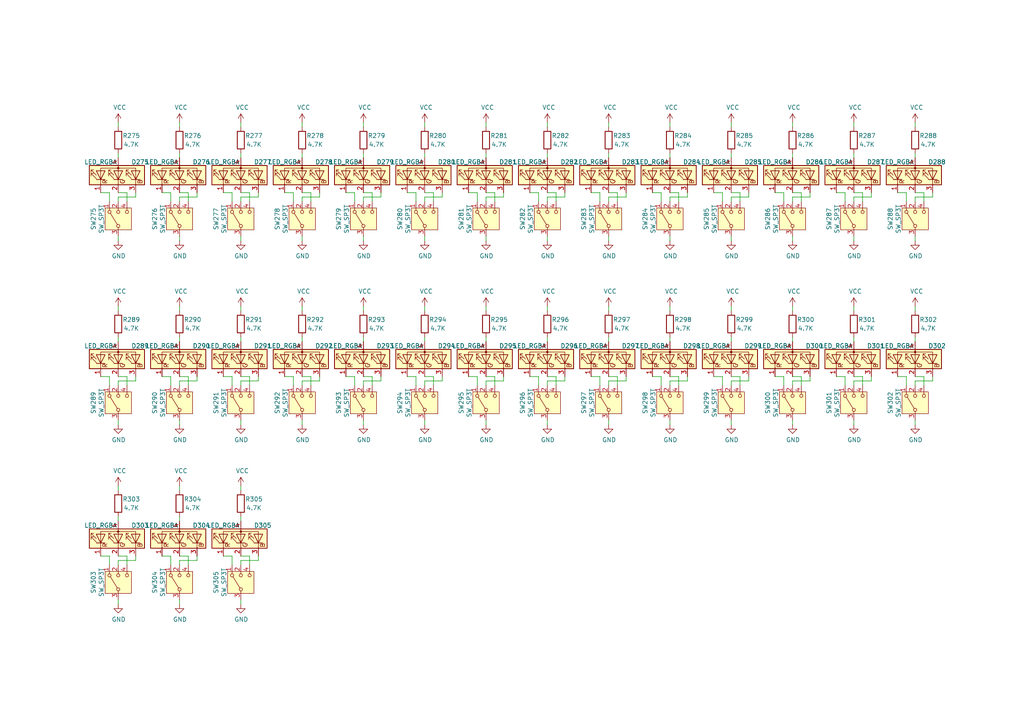
<source format=kicad_sch>
(kicad_sch (version 20231120) (generator "eeschema") (generator_version "8.0")
  (paper "A4")
  (lib_symbols
    (symbol "Device:R" (pin_numbers hide) (pin_names (offset 0))
      (property "Reference" "R" (at 2.032 0 90))
      (property "Value" "R" (at 0 0 90))
      (symbol "R_1_1"
        (pin passive line (at 0 3.81 270) (length 1.27) (name "~") (number "1"))
        (pin passive line (at 0 -3.81 90) (length 1.27) (name "~") (number "2"))
      )
    )
    (symbol "Switch:SW_SP3T" (pin_names (offset 0) hide)
      (property "Reference" "SW" (at 0 5.08 0))
      (property "Value" "SW_SP3T" (at 0 -5.08 0))
      (symbol "SW_SP3T_1_1"
        (pin passive line (at 5.08 2.54 180) (length 2.54) (name "1") (number "1"))
        (pin passive line (at 5.08 0 180) (length 2.54) (name "2") (number "2"))
        (pin passive line (at -5.08 0 0) (length 2.54) (name "3") (number "3"))
        (pin passive line (at 5.08 -2.54 180) (length 2.54) (name "4") (number "4"))
      )
    )
    (symbol "led_rgba:LED_RGBA" (pin_names (offset 0) hide)
      (property "Reference" "D" (at 0 9.398 0))
      (property "Value" "LED_RGBA" (at 0 -8.89 0))
      (symbol "LED_RGBA_0_0"
        (text "B" (at -1.905 -6.35 0) (effects (font (size 1.27 1.27))))
        (text "G" (at -1.905 -1.27 0) (effects (font (size 1.27 1.27))))
        (text "R" (at -1.905 3.81 0) (effects (font (size 1.27 1.27))))
      )
      (symbol "LED_RGBA_1_1"
        (pin passive line (at -5.08 5.08 0) (length 2.54) (name "RK") (number "1"))
        (pin passive line (at -5.08 0 0) (length 2.54) (name "GK") (number "2"))
        (pin passive line (at -5.08 -5.08 0) (length 2.54) (name "BK") (number "3"))
        (pin passive line (at 5.08 0 180) (length 2.54) (name "A") (number "4"))
      )
    )
    (symbol "motivational board-rescue:GND-power" (power) (pin_names (offset 0))
      (property "Value" "power_GND" (at 0 -3.81 0))
      (symbol "GND-power_1_1"
        (pin power_in line (at 0 0 270) (length 0) hide (name "GND") (number "1"))
      )
    )
    (symbol "motivational board-rescue:VCC-power" (power) (pin_names (offset 0))
      (property "Value" "power_VCC" (at 0 3.81 0))
      (symbol "VCC-power_1_1"
        (pin power_in line (at 0 0 90) (length 0) hide (name "VCC") (number "1"))
      )
    )
  )
  (wire (pts (xy 57.15 162.56) (xy 57.15 161.29)))
  (wire (pts (xy 212.09 35.56) (xy 212.09 36.83)))
  (wire (pts (xy 34.29 151.13) (xy 34.29 149.86)))
  (wire (pts (xy 123.19 110.49) (xy 128.27 110.49)))
  (wire (pts (xy 176.53 111.76) (xy 176.53 110.49)))
  (wire (pts (xy 153.67 109.22) (xy 156.21 109.22)))
  (wire (pts (xy 36.83 161.29) (xy 34.29 161.29)))
  (wire (pts (xy 265.43 35.56) (xy 265.43 36.83)))
  (wire (pts (xy 245.11 55.88) (xy 245.11 58.42)))
  (wire (pts (xy 69.85 68.58) (xy 69.85 69.85)))
  (wire (pts (xy 49.53 161.29) (xy 49.53 163.83)))
  (wire (pts (xy 72.39 161.29) (xy 69.85 161.29)))
  (wire (pts (xy 212.09 45.72) (xy 212.09 44.45)))
  (wire (pts (xy 52.07 162.56) (xy 57.15 162.56)))
  (wire (pts (xy 247.65 121.92) (xy 247.65 123.19)))
  (wire (pts (xy 39.37 110.49) (xy 39.37 109.22)))
  (wire (pts (xy 224.79 55.88) (xy 227.33 55.88)))
  (wire (pts (xy 214.63 55.88) (xy 212.09 55.88)))
  (wire (pts (xy 229.87 58.42) (xy 229.87 57.15)))
  (wire (pts (xy 179.07 111.76) (xy 179.07 109.22)))
  (wire (pts (xy 52.07 45.72) (xy 52.07 44.45)))
  (wire (pts (xy 179.07 55.88) (xy 176.53 55.88)))
  (wire (pts (xy 161.29 58.42) (xy 161.29 55.88)))
  (wire (pts (xy 128.27 110.49) (xy 128.27 109.22)))
  (wire (pts (xy 189.23 109.22) (xy 191.77 109.22)))
  (wire (pts (xy 146.05 57.15) (xy 146.05 55.88)))
  (wire (pts (xy 140.97 99.06) (xy 140.97 97.79)))
  (wire (pts (xy 158.75 121.92) (xy 158.75 123.19)))
  (wire (pts (xy 140.97 35.56) (xy 140.97 36.83)))
  (wire (pts (xy 31.75 161.29) (xy 31.75 163.83)))
  (wire (pts (xy 161.29 55.88) (xy 158.75 55.88)))
  (wire (pts (xy 52.07 140.97) (xy 52.07 142.24)))
  (wire (pts (xy 90.17 55.88) (xy 87.63 55.88)))
  (wire (pts (xy 29.21 161.29) (xy 31.75 161.29)))
  (wire (pts (xy 212.09 68.58) (xy 212.09 69.85)))
  (wire (pts (xy 214.63 58.42) (xy 214.63 55.88)))
  (wire (pts (xy 125.73 55.88) (xy 123.19 55.88)))
  (wire (pts (xy 34.29 58.42) (xy 34.29 57.15)))
  (wire (pts (xy 138.43 55.88) (xy 138.43 58.42)))
  (wire (pts (xy 57.15 57.15) (xy 57.15 55.88)))
  (wire (pts (xy 163.83 57.15) (xy 163.83 55.88)))
  (wire (pts (xy 194.31 121.92) (xy 194.31 123.19)))
  (wire (pts (xy 262.89 55.88) (xy 262.89 58.42)))
  (wire (pts (xy 212.09 121.92) (xy 212.09 123.19)))
  (wire (pts (xy 212.09 58.42) (xy 212.09 57.15)))
  (wire (pts (xy 196.85 55.88) (xy 194.31 55.88)))
  (wire (pts (xy 69.85 140.97) (xy 69.85 142.24)))
  (wire (pts (xy 207.01 109.22) (xy 209.55 109.22)))
  (wire (pts (xy 247.65 45.72) (xy 247.65 44.45)))
  (wire (pts (xy 125.73 109.22) (xy 123.19 109.22)))
  (wire (pts (xy 52.07 163.83) (xy 52.07 162.56)))
  (wire (pts (xy 34.29 68.58) (xy 34.29 69.85)))
  (wire (pts (xy 69.85 45.72) (xy 69.85 44.45)))
  (wire (pts (xy 90.17 58.42) (xy 90.17 55.88)))
  (wire (pts (xy 247.65 99.06) (xy 247.65 97.79)))
  (wire (pts (xy 31.75 55.88) (xy 31.75 58.42)))
  (wire (pts (xy 105.41 110.49) (xy 110.49 110.49)))
  (wire (pts (xy 232.41 111.76) (xy 232.41 109.22)))
  (wire (pts (xy 36.83 163.83) (xy 36.83 161.29)))
  (wire (pts (xy 156.21 109.22) (xy 156.21 111.76)))
  (wire (pts (xy 229.87 88.9) (xy 229.87 90.17)))
  (wire (pts (xy 194.31 35.56) (xy 194.31 36.83)))
  (wire (pts (xy 176.53 45.72) (xy 176.53 44.45)))
  (wire (pts (xy 90.17 111.76) (xy 90.17 109.22)))
  (wire (pts (xy 54.61 58.42) (xy 54.61 55.88)))
  (wire (pts (xy 31.75 109.22) (xy 31.75 111.76)))
  (wire (pts (xy 69.85 35.56) (xy 69.85 36.83)))
  (wire (pts (xy 171.45 109.22) (xy 173.99 109.22)))
  (wire (pts (xy 194.31 99.06) (xy 194.31 97.79)))
  (wire (pts (xy 52.07 173.99) (xy 52.07 175.26)))
  (wire (pts (xy 267.97 109.22) (xy 265.43 109.22)))
  (wire (pts (xy 143.51 111.76) (xy 143.51 109.22)))
  (wire (pts (xy 196.85 109.22) (xy 194.31 109.22)))
  (wire (pts (xy 54.61 109.22) (xy 52.07 109.22)))
  (wire (pts (xy 196.85 58.42) (xy 196.85 55.88)))
  (wire (pts (xy 191.77 55.88) (xy 191.77 58.42)))
  (wire (pts (xy 179.07 109.22) (xy 176.53 109.22)))
  (wire (pts (xy 67.31 109.22) (xy 67.31 111.76)))
  (wire (pts (xy 87.63 45.72) (xy 87.63 44.45)))
  (wire (pts (xy 176.53 99.06) (xy 176.53 97.79)))
  (wire (pts (xy 270.51 110.49) (xy 270.51 109.22)))
  (wire (pts (xy 194.31 110.49) (xy 199.39 110.49)))
  (wire (pts (xy 176.53 58.42) (xy 176.53 57.15)))
  (wire (pts (xy 57.15 110.49) (xy 57.15 109.22)))
  (wire (pts (xy 64.77 55.88) (xy 67.31 55.88)))
  (wire (pts (xy 69.85 163.83) (xy 69.85 162.56)))
  (wire (pts (xy 52.07 121.92) (xy 52.07 123.19)))
  (wire (pts (xy 234.95 110.49) (xy 234.95 109.22)))
  (wire (pts (xy 34.29 99.06) (xy 34.29 97.79)))
  (wire (pts (xy 69.85 110.49) (xy 74.93 110.49)))
  (wire (pts (xy 36.83 109.22) (xy 34.29 109.22)))
  (wire (pts (xy 176.53 110.49) (xy 181.61 110.49)))
  (wire (pts (xy 194.31 111.76) (xy 194.31 110.49)))
  (wire (pts (xy 156.21 55.88) (xy 156.21 58.42)))
  (wire (pts (xy 92.71 57.15) (xy 92.71 55.88)))
  (wire (pts (xy 36.83 58.42) (xy 36.83 55.88)))
  (wire (pts (xy 158.75 68.58) (xy 158.75 69.85)))
  (wire (pts (xy 87.63 111.76) (xy 87.63 110.49)))
  (wire (pts (xy 87.63 110.49) (xy 92.71 110.49)))
  (wire (pts (xy 100.33 109.22) (xy 102.87 109.22)))
  (wire (pts (xy 232.41 58.42) (xy 232.41 55.88)))
  (wire (pts (xy 140.97 68.58) (xy 140.97 69.85)))
  (wire (pts (xy 214.63 111.76) (xy 214.63 109.22)))
  (wire (pts (xy 69.85 88.9) (xy 69.85 90.17)))
  (wire (pts (xy 120.65 55.88) (xy 120.65 58.42)))
  (wire (pts (xy 34.29 88.9) (xy 34.29 90.17)))
  (wire (pts (xy 260.35 55.88) (xy 262.89 55.88)))
  (wire (pts (xy 46.99 161.29) (xy 49.53 161.29)))
  (wire (pts (xy 250.19 111.76) (xy 250.19 109.22)))
  (wire (pts (xy 90.17 109.22) (xy 87.63 109.22)))
  (wire (pts (xy 146.05 110.49) (xy 146.05 109.22)))
  (wire (pts (xy 118.11 109.22) (xy 120.65 109.22)))
  (wire (pts (xy 123.19 88.9) (xy 123.19 90.17)))
  (wire (pts (xy 46.99 55.88) (xy 49.53 55.88)))
  (wire (pts (xy 72.39 58.42) (xy 72.39 55.88)))
  (wire (pts (xy 67.31 55.88) (xy 67.31 58.42)))
  (wire (pts (xy 74.93 110.49) (xy 74.93 109.22)))
  (wire (pts (xy 34.29 45.72) (xy 34.29 44.45)))
  (wire (pts (xy 64.77 161.29) (xy 67.31 161.29)))
  (wire (pts (xy 214.63 109.22) (xy 212.09 109.22)))
  (wire (pts (xy 67.31 161.29) (xy 67.31 163.83)))
  (wire (pts (xy 176.53 88.9) (xy 176.53 90.17)))
  (wire (pts (xy 102.87 55.88) (xy 102.87 58.42)))
  (wire (pts (xy 123.19 35.56) (xy 123.19 36.83)))
  (wire (pts (xy 171.45 55.88) (xy 173.99 55.88)))
  (wire (pts (xy 125.73 111.76) (xy 125.73 109.22)))
  (wire (pts (xy 49.53 109.22) (xy 49.53 111.76)))
  (wire (pts (xy 105.41 99.06) (xy 105.41 97.79)))
  (wire (pts (xy 34.29 121.92) (xy 34.29 123.19)))
  (wire (pts (xy 118.11 55.88) (xy 120.65 55.88)))
  (wire (pts (xy 194.31 45.72) (xy 194.31 44.45)))
  (wire (pts (xy 158.75 111.76) (xy 158.75 110.49)))
  (wire (pts (xy 140.97 45.72) (xy 140.97 44.45)))
  (wire (pts (xy 87.63 121.92) (xy 87.63 123.19)))
  (wire (pts (xy 176.53 57.15) (xy 181.61 57.15)))
  (wire (pts (xy 52.07 111.76) (xy 52.07 110.49)))
  (wire (pts (xy 234.95 57.15) (xy 234.95 55.88)))
  (wire (pts (xy 54.61 161.29) (xy 52.07 161.29)))
  (wire (pts (xy 173.99 109.22) (xy 173.99 111.76)))
  (wire (pts (xy 176.53 121.92) (xy 176.53 123.19)))
  (wire (pts (xy 163.83 110.49) (xy 163.83 109.22)))
  (wire (pts (xy 110.49 57.15) (xy 110.49 55.88)))
  (wire (pts (xy 143.51 109.22) (xy 140.97 109.22)))
  (wire (pts (xy 107.95 111.76) (xy 107.95 109.22)))
  (wire (pts (xy 217.17 57.15) (xy 217.17 55.88)))
  (wire (pts (xy 52.07 99.06) (xy 52.07 97.79)))
  (wire (pts (xy 189.23 55.88) (xy 191.77 55.88)))
  (wire (pts (xy 64.77 109.22) (xy 67.31 109.22)))
  (wire (pts (xy 107.95 109.22) (xy 105.41 109.22)))
  (wire (pts (xy 69.85 111.76) (xy 69.85 110.49)))
  (wire (pts (xy 247.65 111.76) (xy 247.65 110.49)))
  (wire (pts (xy 181.61 110.49) (xy 181.61 109.22)))
  (wire (pts (xy 267.97 55.88) (xy 265.43 55.88)))
  (wire (pts (xy 120.65 109.22) (xy 120.65 111.76)))
  (wire (pts (xy 267.97 58.42) (xy 267.97 55.88)))
  (wire (pts (xy 123.19 45.72) (xy 123.19 44.45)))
  (wire (pts (xy 69.85 58.42) (xy 69.85 57.15)))
  (wire (pts (xy 196.85 111.76) (xy 196.85 109.22)))
  (wire (pts (xy 229.87 45.72) (xy 229.87 44.45)))
  (wire (pts (xy 252.73 110.49) (xy 252.73 109.22)))
  (wire (pts (xy 123.19 99.06) (xy 123.19 97.79)))
  (wire (pts (xy 105.41 88.9) (xy 105.41 90.17)))
  (wire (pts (xy 232.41 55.88) (xy 229.87 55.88)))
  (wire (pts (xy 39.37 57.15) (xy 39.37 55.88)))
  (wire (pts (xy 140.97 111.76) (xy 140.97 110.49)))
  (wire (pts (xy 39.37 162.56) (xy 39.37 161.29)))
  (wire (pts (xy 107.95 55.88) (xy 105.41 55.88)))
  (wire (pts (xy 36.83 55.88) (xy 34.29 55.88)))
  (wire (pts (xy 74.93 162.56) (xy 74.93 161.29)))
  (wire (pts (xy 212.09 110.49) (xy 217.17 110.49)))
  (wire (pts (xy 34.29 110.49) (xy 39.37 110.49)))
  (wire (pts (xy 265.43 121.92) (xy 265.43 123.19)))
  (wire (pts (xy 135.89 109.22) (xy 138.43 109.22)))
  (wire (pts (xy 49.53 55.88) (xy 49.53 58.42)))
  (wire (pts (xy 34.29 35.56) (xy 34.29 36.83)))
  (wire (pts (xy 105.41 121.92) (xy 105.41 123.19)))
  (wire (pts (xy 229.87 111.76) (xy 229.87 110.49)))
  (wire (pts (xy 158.75 99.06) (xy 158.75 97.79)))
  (wire (pts (xy 107.95 58.42) (xy 107.95 55.88)))
  (wire (pts (xy 232.41 109.22) (xy 229.87 109.22)))
  (wire (pts (xy 105.41 58.42) (xy 105.41 57.15)))
  (wire (pts (xy 250.19 58.42) (xy 250.19 55.88)))
  (wire (pts (xy 260.35 109.22) (xy 262.89 109.22)))
  (wire (pts (xy 212.09 111.76) (xy 212.09 110.49)))
  (wire (pts (xy 143.51 55.88) (xy 140.97 55.88)))
  (wire (pts (xy 105.41 111.76) (xy 105.41 110.49)))
  (wire (pts (xy 140.97 88.9) (xy 140.97 90.17)))
  (wire (pts (xy 158.75 88.9) (xy 158.75 90.17)))
  (wire (pts (xy 161.29 111.76) (xy 161.29 109.22)))
  (wire (pts (xy 123.19 57.15) (xy 128.27 57.15)))
  (wire (pts (xy 247.65 57.15) (xy 252.73 57.15)))
  (wire (pts (xy 143.51 58.42) (xy 143.51 55.88)))
  (wire (pts (xy 100.33 55.88) (xy 102.87 55.88)))
  (wire (pts (xy 247.65 58.42) (xy 247.65 57.15)))
  (wire (pts (xy 265.43 110.49) (xy 270.51 110.49)))
  (wire (pts (xy 247.65 68.58) (xy 247.65 69.85)))
  (wire (pts (xy 207.01 55.88) (xy 209.55 55.88)))
  (wire (pts (xy 158.75 35.56) (xy 158.75 36.83)))
  (wire (pts (xy 176.53 68.58) (xy 176.53 69.85)))
  (wire (pts (xy 158.75 58.42) (xy 158.75 57.15)))
  (wire (pts (xy 29.21 55.88) (xy 31.75 55.88)))
  (wire (pts (xy 72.39 163.83) (xy 72.39 161.29)))
  (wire (pts (xy 229.87 68.58) (xy 229.87 69.85)))
  (wire (pts (xy 229.87 121.92) (xy 229.87 123.19)))
  (wire (pts (xy 123.19 111.76) (xy 123.19 110.49)))
  (wire (pts (xy 92.71 110.49) (xy 92.71 109.22)))
  (wire (pts (xy 87.63 58.42) (xy 87.63 57.15)))
  (wire (pts (xy 247.65 110.49) (xy 252.73 110.49)))
  (wire (pts (xy 199.39 110.49) (xy 199.39 109.22)))
  (wire (pts (xy 105.41 45.72) (xy 105.41 44.45)))
  (wire (pts (xy 105.41 57.15) (xy 110.49 57.15)))
  (wire (pts (xy 209.55 55.88) (xy 209.55 58.42)))
  (wire (pts (xy 69.85 173.99) (xy 69.85 175.26)))
  (wire (pts (xy 69.85 162.56) (xy 74.93 162.56)))
  (wire (pts (xy 191.77 109.22) (xy 191.77 111.76)))
  (wire (pts (xy 74.93 57.15) (xy 74.93 55.88)))
  (wire (pts (xy 105.41 68.58) (xy 105.41 69.85)))
  (wire (pts (xy 265.43 58.42) (xy 265.43 57.15)))
  (wire (pts (xy 212.09 88.9) (xy 212.09 90.17)))
  (wire (pts (xy 69.85 151.13) (xy 69.85 149.86)))
  (wire (pts (xy 247.65 88.9) (xy 247.65 90.17)))
  (wire (pts (xy 82.55 109.22) (xy 85.09 109.22)))
  (wire (pts (xy 179.07 58.42) (xy 179.07 55.88)))
  (wire (pts (xy 128.27 57.15) (xy 128.27 55.88)))
  (wire (pts (xy 247.65 35.56) (xy 247.65 36.83)))
  (wire (pts (xy 212.09 99.06) (xy 212.09 97.79)))
  (wire (pts (xy 229.87 110.49) (xy 234.95 110.49)))
  (wire (pts (xy 209.55 109.22) (xy 209.55 111.76)))
  (wire (pts (xy 140.97 58.42) (xy 140.97 57.15)))
  (wire (pts (xy 72.39 109.22) (xy 69.85 109.22)))
  (wire (pts (xy 85.09 55.88) (xy 85.09 58.42)))
  (wire (pts (xy 87.63 57.15) (xy 92.71 57.15)))
  (wire (pts (xy 265.43 45.72) (xy 265.43 44.45)))
  (wire (pts (xy 69.85 99.06) (xy 69.85 97.79)))
  (wire (pts (xy 153.67 55.88) (xy 156.21 55.88)))
  (wire (pts (xy 85.09 109.22) (xy 85.09 111.76)))
  (wire (pts (xy 242.57 55.88) (xy 245.11 55.88)))
  (wire (pts (xy 229.87 99.06) (xy 229.87 97.79)))
  (wire (pts (xy 227.33 55.88) (xy 227.33 58.42)))
  (wire (pts (xy 52.07 110.49) (xy 57.15 110.49)))
  (wire (pts (xy 265.43 99.06) (xy 265.43 97.79)))
  (wire (pts (xy 270.51 57.15) (xy 270.51 55.88)))
  (wire (pts (xy 242.57 109.22) (xy 245.11 109.22)))
  (wire (pts (xy 52.07 57.15) (xy 57.15 57.15)))
  (wire (pts (xy 52.07 151.13) (xy 52.07 149.86)))
  (wire (pts (xy 161.29 109.22) (xy 158.75 109.22)))
  (wire (pts (xy 87.63 88.9) (xy 87.63 90.17)))
  (wire (pts (xy 82.55 55.88) (xy 85.09 55.88)))
  (wire (pts (xy 158.75 110.49) (xy 163.83 110.49)))
  (wire (pts (xy 194.31 68.58) (xy 194.31 69.85)))
  (wire (pts (xy 34.29 163.83) (xy 34.29 162.56)))
  (wire (pts (xy 54.61 55.88) (xy 52.07 55.88)))
  (wire (pts (xy 224.79 109.22) (xy 227.33 109.22)))
  (wire (pts (xy 265.43 88.9) (xy 265.43 90.17)))
  (wire (pts (xy 252.73 57.15) (xy 252.73 55.88)))
  (wire (pts (xy 217.17 110.49) (xy 217.17 109.22)))
  (wire (pts (xy 229.87 57.15) (xy 234.95 57.15)))
  (wire (pts (xy 72.39 111.76) (xy 72.39 109.22)))
  (wire (pts (xy 138.43 109.22) (xy 138.43 111.76)))
  (wire (pts (xy 102.87 109.22) (xy 102.87 111.76)))
  (wire (pts (xy 87.63 68.58) (xy 87.63 69.85)))
  (wire (pts (xy 105.41 35.56) (xy 105.41 36.83)))
  (wire (pts (xy 54.61 163.83) (xy 54.61 161.29)))
  (wire (pts (xy 34.29 57.15) (xy 39.37 57.15)))
  (wire (pts (xy 46.99 109.22) (xy 49.53 109.22)))
  (wire (pts (xy 265.43 68.58) (xy 265.43 69.85)))
  (wire (pts (xy 267.97 111.76) (xy 267.97 109.22)))
  (wire (pts (xy 250.19 55.88) (xy 247.65 55.88)))
  (wire (pts (xy 194.31 88.9) (xy 194.31 90.17)))
  (wire (pts (xy 87.63 99.06) (xy 87.63 97.79)))
  (wire (pts (xy 110.49 110.49) (xy 110.49 109.22)))
  (wire (pts (xy 36.83 111.76) (xy 36.83 109.22)))
  (wire (pts (xy 135.89 55.88) (xy 138.43 55.88)))
  (wire (pts (xy 34.29 140.97) (xy 34.29 142.24)))
  (wire (pts (xy 176.53 35.56) (xy 176.53 36.83)))
  (wire (pts (xy 194.31 58.42) (xy 194.31 57.15)))
  (wire (pts (xy 34.29 111.76) (xy 34.29 110.49)))
  (wire (pts (xy 140.97 110.49) (xy 146.05 110.49)))
  (wire (pts (xy 54.61 111.76) (xy 54.61 109.22)))
  (wire (pts (xy 158.75 45.72) (xy 158.75 44.45)))
  (wire (pts (xy 34.29 162.56) (xy 39.37 162.56)))
  (wire (pts (xy 245.11 109.22) (xy 245.11 111.76)))
  (wire (pts (xy 52.07 68.58) (xy 52.07 69.85)))
  (wire (pts (xy 212.09 57.15) (xy 217.17 57.15)))
  (wire (pts (xy 229.87 35.56) (xy 229.87 36.83)))
  (wire (pts (xy 250.19 109.22) (xy 247.65 109.22)))
  (wire (pts (xy 29.21 109.22) (xy 31.75 109.22)))
  (wire (pts (xy 194.31 57.15) (xy 199.39 57.15)))
  (wire (pts (xy 52.07 35.56) (xy 52.07 36.83)))
  (wire (pts (xy 227.33 109.22) (xy 227.33 111.76)))
  (wire (pts (xy 69.85 121.92) (xy 69.85 123.19)))
  (wire (pts (xy 123.19 121.92) (xy 123.19 123.19)))
  (wire (pts (xy 123.19 58.42) (xy 123.19 57.15)))
  (wire (pts (xy 125.73 58.42) (xy 125.73 55.88)))
  (wire (pts (xy 69.85 57.15) (xy 74.93 57.15)))
  (wire (pts (xy 262.89 109.22) (xy 262.89 111.76)))
  (wire (pts (xy 181.61 57.15) (xy 181.61 55.88)))
  (wire (pts (xy 72.39 55.88) (xy 69.85 55.88)))
  (wire (pts (xy 123.19 68.58) (xy 123.19 69.85)))
  (wire (pts (xy 34.29 173.99) (xy 34.29 175.26)))
  (wire (pts (xy 199.39 57.15) (xy 199.39 55.88)))
  (wire (pts (xy 173.99 55.88) (xy 173.99 58.42)))
  (wire (pts (xy 140.97 57.15) (xy 146.05 57.15)))
  (wire (pts (xy 52.07 58.42) (xy 52.07 57.15)))
  (wire (pts (xy 140.97 121.92) (xy 140.97 123.19)))
  (wire (pts (xy 52.07 88.9) (xy 52.07 90.17)))
  (wire (pts (xy 265.43 57.15) (xy 270.51 57.15)))
  (wire (pts (xy 158.75 57.15) (xy 163.83 57.15)))
  (wire (pts (xy 87.63 35.56) (xy 87.63 36.83)))
  (wire (pts (xy 265.43 111.76) (xy 265.43 110.49)))
  (symbol (lib_id "motivational board-rescue:VCC-power") (at 69.85 35.56 0) (unit 1)
    (property "Reference" "#PWR0553" (effects (hide yes)))
    (property "Value" "VCC" (at 70.2818 31.1658 0))
  )
  (symbol (lib_id "motivational board-rescue:GND-power") (at 69.85 69.85 0) (unit 1)
    (property "Reference" "#PWR0567" (effects (hide yes)))
    (property "Value" "GND" (at 69.977 74.2442 0))
  )
  (symbol (lib_id "motivational board-rescue:GND-power") (at 123.19 69.85 0) (unit 1)
    (property "Reference" "#PWR0570" (effects (hide yes)))
    (property "Value" "GND" (at 123.317 74.2442 0))
  )
  (symbol (lib_id "Device:R") (at 158.75 40.64 0) (unit 1)
    (property "Reference" "R282" (at 162.56 39.37 0))
    (property "Value" "4.7K" (at 162.56 41.91 0))
    (property "Footprint" "Resistors_SMD:R_0805_HandSoldering" (effects (hide yes)))
  )
  (symbol (lib_id "motivational board-rescue:GND-power") (at 176.53 69.85 0) (unit 1)
    (property "Reference" "#PWR0573" (effects (hide yes)))
    (property "Value" "GND" (at 176.657 74.2442 0))
  )
  (symbol (lib_id "led_rgba:LED_RGBA") (at 229.87 50.8 90) (unit 1)
    (property "Reference" "D286" (at 236.22 46.99 90))
    (property "Value" "LED_RGBA" (at 224.79 46.99 90))
    (property "Footprint" "LED_SMD-extra:LED_RGB_3528" (effects (hide yes)))
  )
  (symbol (lib_id "motivational board-rescue:VCC-power") (at 229.87 35.56 0) (unit 1)
    (property "Reference" "#PWR0562" (effects (hide yes)))
    (property "Value" "VCC" (at 230.3018 31.1658 0))
  )
  (symbol (lib_id "Device:R") (at 247.65 40.64 0) (unit 1)
    (property "Reference" "R287" (at 251.46 39.37 0))
    (property "Value" "4.7K" (at 251.46 41.91 0))
    (property "Footprint" "Resistors_SMD:R_0805_HandSoldering" (effects (hide yes)))
  )
  (symbol (lib_id "Switch:SW_SP3T") (at 34.29 116.84 90) (unit 1)
    (property "Reference" "SW289" (at 27.1018 116.84 0))
    (property "Value" "SW_SP3T" (at 29.4132 116.84 0))
    (property "Footprint" "Button_Switch_THT-extra:SS13D07G4" (effects (hide yes)))
  )
  (symbol (lib_id "motivational board-rescue:GND-power") (at 52.07 123.19 0) (unit 1)
    (property "Reference" "#PWR0594" (effects (hide yes)))
    (property "Value" "GND" (at 52.197 127.5842 0))
  )
  (symbol (lib_id "Switch:SW_SP3T") (at 69.85 116.84 90) (unit 1)
    (property "Reference" "SW291" (at 62.6618 116.84 0))
    (property "Value" "SW_SP3T" (at 64.9732 116.84 0))
    (property "Footprint" "Button_Switch_THT-extra:SS13D07G4" (effects (hide yes)))
  )
  (symbol (lib_id "Device:R") (at 87.63 93.98 0) (unit 1)
    (property "Reference" "R292" (at 91.44 92.71 0))
    (property "Value" "4.7K" (at 91.44 95.25 0))
    (property "Footprint" "Resistors_SMD:R_0805_HandSoldering" (effects (hide yes)))
  )
  (symbol (lib_id "Device:R") (at 123.19 93.98 0) (unit 1)
    (property "Reference" "R294" (at 127 92.71 0))
    (property "Value" "4.7K" (at 127 95.25 0))
    (property "Footprint" "Resistors_SMD:R_0805_HandSoldering" (effects (hide yes)))
  )
  (symbol (lib_id "Switch:SW_SP3T") (at 158.75 116.84 90) (unit 1)
    (property "Reference" "SW296" (at 151.5618 116.84 0))
    (property "Value" "SW_SP3T" (at 153.8732 116.84 0))
    (property "Footprint" "Button_Switch_THT-extra:SS13D07G4" (effects (hide yes)))
  )
  (symbol (lib_id "led_rgba:LED_RGBA") (at 158.75 104.14 90) (unit 1)
    (property "Reference" "D296" (at 165.1 100.33 90))
    (property "Value" "LED_RGBA" (at 153.67 100.33 90))
    (property "Footprint" "LED_SMD-extra:LED_RGB_3528" (effects (hide yes)))
  )
  (symbol (lib_id "motivational board-rescue:GND-power") (at 158.75 123.19 0) (unit 1)
    (property "Reference" "#PWR0600" (effects (hide yes)))
    (property "Value" "GND" (at 158.877 127.5842 0))
  )
  (symbol (lib_id "Switch:SW_SP3T") (at 176.53 116.84 90) (unit 1)
    (property "Reference" "SW297" (at 169.3418 116.84 0))
    (property "Value" "SW_SP3T" (at 171.6532 116.84 0))
    (property "Footprint" "Button_Switch_THT-extra:SS13D07G4" (effects (hide yes)))
  )
  (symbol (lib_id "motivational board-rescue:GND-power") (at 194.31 123.19 0) (unit 1)
    (property "Reference" "#PWR0602" (effects (hide yes)))
    (property "Value" "GND" (at 194.437 127.5842 0))
  )
  (symbol (lib_id "motivational board-rescue:VCC-power") (at 34.29 140.97 0) (unit 1)
    (property "Reference" "#PWR0607" (effects (hide yes)))
    (property "Value" "VCC" (at 34.7218 136.5758 0))
  )
  (symbol (lib_id "motivational board-rescue:VCC-power") (at 52.07 140.97 0) (unit 1)
    (property "Reference" "#PWR0608" (effects (hide yes)))
    (property "Value" "VCC" (at 52.5018 136.5758 0))
  )
  (symbol (lib_id "motivational board-rescue:GND-power") (at 69.85 175.26 0) (unit 1)
    (property "Reference" "#PWR0612" (effects (hide yes)))
    (property "Value" "GND" (at 69.977 179.6542 0))
  )
  (symbol (lib_id "Switch:SW_SP3T") (at 34.29 63.5 90) (unit 1)
    (property "Reference" "SW275" (at 27.1018 63.5 0))
    (property "Value" "SW_SP3T" (at 29.4132 63.5 0))
    (property "Footprint" "Button_Switch_THT-extra:SS13D07G4" (effects (hide yes)))
  )
  (symbol (lib_id "led_rgba:LED_RGBA") (at 34.29 50.8 90) (unit 1)
    (property "Reference" "D275" (at 40.64 46.99 90))
    (property "Value" "LED_RGBA" (at 29.21 46.99 90))
    (property "Footprint" "LED_SMD-extra:LED_RGB_3528" (effects (hide yes)))
  )
  (symbol (lib_id "Device:R") (at 34.29 40.64 0) (unit 1)
    (property "Reference" "R275" (at 38.1 39.37 0))
    (property "Value" "4.7K" (at 38.1 41.91 0))
    (property "Footprint" "Resistors_SMD:R_0805_HandSoldering" (effects (hide yes)))
  )
  (symbol (lib_id "motivational board-rescue:VCC-power") (at 34.29 35.56 0) (unit 1)
    (property "Reference" "#PWR0551" (effects (hide yes)))
    (property "Value" "VCC" (at 34.7218 31.1658 0))
  )
  (symbol (lib_id "motivational board-rescue:GND-power") (at 34.29 69.85 0) (unit 1)
    (property "Reference" "#PWR0565" (effects (hide yes)))
    (property "Value" "GND" (at 34.417 74.2442 0))
  )
  (symbol (lib_id "Switch:SW_SP3T") (at 52.07 63.5 90) (unit 1)
    (property "Reference" "SW276" (at 44.8818 63.5 0))
    (property "Value" "SW_SP3T" (at 47.1932 63.5 0))
    (property "Footprint" "Button_Switch_THT-extra:SS13D07G4" (effects (hide yes)))
  )
  (symbol (lib_id "led_rgba:LED_RGBA") (at 52.07 50.8 90) (unit 1)
    (property "Reference" "D276" (at 58.42 46.99 90))
    (property "Value" "LED_RGBA" (at 46.99 46.99 90))
    (property "Footprint" "LED_SMD-extra:LED_RGB_3528" (effects (hide yes)))
  )
  (symbol (lib_id "Device:R") (at 52.07 40.64 0) (unit 1)
    (property "Reference" "R276" (at 55.88 39.37 0))
    (property "Value" "4.7K" (at 55.88 41.91 0))
    (property "Footprint" "Resistors_SMD:R_0805_HandSoldering" (effects (hide yes)))
  )
  (symbol (lib_id "motivational board-rescue:VCC-power") (at 52.07 35.56 0) (unit 1)
    (property "Reference" "#PWR0552" (effects (hide yes)))
    (property "Value" "VCC" (at 52.5018 31.1658 0))
  )
  (symbol (lib_id "motivational board-rescue:GND-power") (at 52.07 69.85 0) (unit 1)
    (property "Reference" "#PWR0566" (effects (hide yes)))
    (property "Value" "GND" (at 52.197 74.2442 0))
  )
  (symbol (lib_id "Switch:SW_SP3T") (at 69.85 63.5 90) (unit 1)
    (property "Reference" "SW277" (at 62.6618 63.5 0))
    (property "Value" "SW_SP3T" (at 64.9732 63.5 0))
    (property "Footprint" "Button_Switch_THT-extra:SS13D07G4" (effects (hide yes)))
  )
  (symbol (lib_id "led_rgba:LED_RGBA") (at 69.85 50.8 90) (unit 1)
    (property "Reference" "D277" (at 76.2 46.99 90))
    (property "Value" "LED_RGBA" (at 64.77 46.99 90))
    (property "Footprint" "LED_SMD-extra:LED_RGB_3528" (effects (hide yes)))
  )
  (symbol (lib_id "Device:R") (at 69.85 40.64 0) (unit 1)
    (property "Reference" "R277" (at 73.66 39.37 0))
    (property "Value" "4.7K" (at 73.66 41.91 0))
    (property "Footprint" "Resistors_SMD:R_0805_HandSoldering" (effects (hide yes)))
  )
  (symbol (lib_id "Switch:SW_SP3T") (at 87.63 63.5 90) (unit 1)
    (property "Reference" "SW278" (at 80.4418 63.5 0))
    (property "Value" "SW_SP3T" (at 82.7532 63.5 0))
    (property "Footprint" "Button_Switch_THT-extra:SS13D07G4" (effects (hide yes)))
  )
  (symbol (lib_id "led_rgba:LED_RGBA") (at 87.63 50.8 90) (unit 1)
    (property "Reference" "D278" (at 93.98 46.99 90))
    (property "Value" "LED_RGBA" (at 82.55 46.99 90))
    (property "Footprint" "LED_SMD-extra:LED_RGB_3528" (effects (hide yes)))
  )
  (symbol (lib_id "Device:R") (at 87.63 40.64 0) (unit 1)
    (property "Reference" "R278" (at 91.44 39.37 0))
    (property "Value" "4.7K" (at 91.44 41.91 0))
    (property "Footprint" "Resistors_SMD:R_0805_HandSoldering" (effects (hide yes)))
  )
  (symbol (lib_id "motivational board-rescue:VCC-power") (at 87.63 35.56 0) (unit 1)
    (property "Reference" "#PWR0554" (effects (hide yes)))
    (property "Value" "VCC" (at 88.0618 31.1658 0))
  )
  (symbol (lib_id "motivational board-rescue:GND-power") (at 87.63 69.85 0) (unit 1)
    (property "Reference" "#PWR0568" (effects (hide yes)))
    (property "Value" "GND" (at 87.757 74.2442 0))
  )
  (symbol (lib_id "Switch:SW_SP3T") (at 105.41 63.5 90) (unit 1)
    (property "Reference" "SW279" (at 98.2218 63.5 0))
    (property "Value" "SW_SP3T" (at 100.5332 63.5 0))
    (property "Footprint" "Button_Switch_THT-extra:SS13D07G4" (effects (hide yes)))
  )
  (symbol (lib_id "led_rgba:LED_RGBA") (at 105.41 50.8 90) (unit 1)
    (property "Reference" "D279" (at 111.76 46.99 90))
    (property "Value" "LED_RGBA" (at 100.33 46.99 90))
    (property "Footprint" "LED_SMD-extra:LED_RGB_3528" (effects (hide yes)))
  )
  (symbol (lib_id "Device:R") (at 105.41 40.64 0) (unit 1)
    (property "Reference" "R279" (at 109.22 39.37 0))
    (property "Value" "4.7K" (at 109.22 41.91 0))
    (property "Footprint" "Resistors_SMD:R_0805_HandSoldering" (effects (hide yes)))
  )
  (symbol (lib_id "motivational board-rescue:VCC-power") (at 105.41 35.56 0) (unit 1)
    (property "Reference" "#PWR0555" (effects (hide yes)))
    (property "Value" "VCC" (at 105.8418 31.1658 0))
  )
  (symbol (lib_id "motivational board-rescue:GND-power") (at 105.41 69.85 0) (unit 1)
    (property "Reference" "#PWR0569" (effects (hide yes)))
    (property "Value" "GND" (at 105.537 74.2442 0))
  )
  (symbol (lib_id "Switch:SW_SP3T") (at 123.19 63.5 90) (unit 1)
    (property "Reference" "SW280" (at 116.0018 63.5 0))
    (property "Value" "SW_SP3T" (at 118.3132 63.5 0))
    (property "Footprint" "Button_Switch_THT-extra:SS13D07G4" (effects (hide yes)))
  )
  (symbol (lib_id "led_rgba:LED_RGBA") (at 123.19 50.8 90) (unit 1)
    (property "Reference" "D280" (at 129.54 46.99 90))
    (property "Value" "LED_RGBA" (at 118.11 46.99 90))
    (property "Footprint" "LED_SMD-extra:LED_RGB_3528" (effects (hide yes)))
  )
  (symbol (lib_id "Device:R") (at 123.19 40.64 0) (unit 1)
    (property "Reference" "R280" (at 127 39.37 0))
    (property "Value" "4.7K" (at 127 41.91 0))
    (property "Footprint" "Resistors_SMD:R_0805_HandSoldering" (effects (hide yes)))
  )
  (symbol (lib_id "motivational board-rescue:VCC-power") (at 123.19 35.56 0) (unit 1)
    (property "Reference" "#PWR0556" (effects (hide yes)))
    (property "Value" "VCC" (at 123.6218 31.1658 0))
  )
  (symbol (lib_id "Switch:SW_SP3T") (at 140.97 63.5 90) (unit 1)
    (property "Reference" "SW281" (at 133.7818 63.5 0))
    (property "Value" "SW_SP3T" (at 136.0932 63.5 0))
    (property "Footprint" "Button_Switch_THT-extra:SS13D07G4" (effects (hide yes)))
  )
  (symbol (lib_id "led_rgba:LED_RGBA") (at 140.97 50.8 90) (unit 1)
    (property "Reference" "D281" (at 147.32 46.99 90))
    (property "Value" "LED_RGBA" (at 135.89 46.99 90))
    (property "Footprint" "LED_SMD-extra:LED_RGB_3528" (effects (hide yes)))
  )
  (symbol (lib_id "Device:R") (at 140.97 40.64 0) (unit 1)
    (property "Reference" "R281" (at 144.78 39.37 0))
    (property "Value" "4.7K" (at 144.78 41.91 0))
    (property "Footprint" "Resistors_SMD:R_0805_HandSoldering" (effects (hide yes)))
  )
  (symbol (lib_id "motivational board-rescue:VCC-power") (at 140.97 35.56 0) (unit 1)
    (property "Reference" "#PWR0557" (effects (hide yes)))
    (property "Value" "VCC" (at 141.4018 31.1658 0))
  )
  (symbol (lib_id "motivational board-rescue:GND-power") (at 140.97 69.85 0) (unit 1)
    (property "Reference" "#PWR0571" (effects (hide yes)))
    (property "Value" "GND" (at 141.097 74.2442 0))
  )
  (symbol (lib_id "Switch:SW_SP3T") (at 158.75 63.5 90) (unit 1)
    (property "Reference" "SW282" (at 151.5618 63.5 0))
    (property "Value" "SW_SP3T" (at 153.8732 63.5 0))
    (property "Footprint" "Button_Switch_THT-extra:SS13D07G4" (effects (hide yes)))
  )
  (symbol (lib_id "led_rgba:LED_RGBA") (at 158.75 50.8 90) (unit 1)
    (property "Reference" "D282" (at 165.1 46.99 90))
    (property "Value" "LED_RGBA" (at 153.67 46.99 90))
    (property "Footprint" "LED_SMD-extra:LED_RGB_3528" (effects (hide yes)))
  )
  (symbol (lib_id "motivational board-rescue:VCC-power") (at 158.75 35.56 0) (unit 1)
    (property "Reference" "#PWR0558" (effects (hide yes)))
    (property "Value" "VCC" (at 159.1818 31.1658 0))
  )
  (symbol (lib_id "motivational board-rescue:GND-power") (at 158.75 69.85 0) (unit 1)
    (property "Reference" "#PWR0572" (effects (hide yes)))
    (property "Value" "GND" (at 158.877 74.2442 0))
  )
  (symbol (lib_id "Switch:SW_SP3T") (at 176.53 63.5 90) (unit 1)
    (property "Reference" "SW283" (at 169.3418 63.5 0))
    (property "Value" "SW_SP3T" (at 171.6532 63.5 0))
    (property "Footprint" "Button_Switch_THT-extra:SS13D07G4" (effects (hide yes)))
  )
  (symbol (lib_id "led_rgba:LED_RGBA") (at 176.53 50.8 90) (unit 1)
    (property "Reference" "D283" (at 182.88 46.99 90))
    (property "Value" "LED_RGBA" (at 171.45 46.99 90))
    (property "Footprint" "LED_SMD-extra:LED_RGB_3528" (effects (hide yes)))
  )
  (symbol (lib_id "Device:R") (at 176.53 40.64 0) (unit 1)
    (property "Reference" "R283" (at 180.34 39.37 0))
    (property "Value" "4.7K" (at 180.34 41.91 0))
    (property "Footprint" "Resistors_SMD:R_0805_HandSoldering" (effects (hide yes)))
  )
  (symbol (lib_id "motivational board-rescue:VCC-power") (at 176.53 35.56 0) (unit 1)
    (property "Reference" "#PWR0559" (effects (hide yes)))
    (property "Value" "VCC" (at 176.9618 31.1658 0))
  )
  (symbol (lib_id "Switch:SW_SP3T") (at 194.31 63.5 90) (unit 1)
    (property "Reference" "SW284" (at 187.1218 63.5 0))
    (property "Value" "SW_SP3T" (at 189.4332 63.5 0))
    (property "Footprint" "Button_Switch_THT-extra:SS13D07G4" (effects (hide yes)))
  )
  (symbol (lib_id "led_rgba:LED_RGBA") (at 194.31 50.8 90) (unit 1)
    (property "Reference" "D284" (at 200.66 46.99 90))
    (property "Value" "LED_RGBA" (at 189.23 46.99 90))
    (property "Footprint" "LED_SMD-extra:LED_RGB_3528" (effects (hide yes)))
  )
  (symbol (lib_id "Device:R") (at 194.31 40.64 0) (unit 1)
    (property "Reference" "R284" (at 198.12 39.37 0))
    (property "Value" "4.7K" (at 198.12 41.91 0))
    (property "Footprint" "Resistors_SMD:R_0805_HandSoldering" (effects (hide yes)))
  )
  (symbol (lib_id "motivational board-rescue:VCC-power") (at 194.31 35.56 0) (unit 1)
    (property "Reference" "#PWR0560" (effects (hide yes)))
    (property "Value" "VCC" (at 194.7418 31.1658 0))
  )
  (symbol (lib_id "motivational board-rescue:GND-power") (at 194.31 69.85 0) (unit 1)
    (property "Reference" "#PWR0574" (effects (hide yes)))
    (property "Value" "GND" (at 194.437 74.2442 0))
  )
  (symbol (lib_id "Switch:SW_SP3T") (at 212.09 63.5 90) (unit 1)
    (property "Reference" "SW285" (at 204.9018 63.5 0))
    (property "Value" "SW_SP3T" (at 207.2132 63.5 0))
    (property "Footprint" "Button_Switch_THT-extra:SS13D07G4" (effects (hide yes)))
  )
  (symbol (lib_id "led_rgba:LED_RGBA") (at 212.09 50.8 90) (unit 1)
    (property "Reference" "D285" (at 218.44 46.99 90))
    (property "Value" "LED_RGBA" (at 207.01 46.99 90))
    (property "Footprint" "LED_SMD-extra:LED_RGB_3528" (effects (hide yes)))
  )
  (symbol (lib_id "Device:R") (at 212.09 40.64 0) (unit 1)
    (property "Reference" "R285" (at 215.9 39.37 0))
    (property "Value" "4.7K" (at 215.9 41.91 0))
    (property "Footprint" "Resistors_SMD:R_0805_HandSoldering" (effects (hide yes)))
  )
  (symbol (lib_id "motivational board-rescue:VCC-power") (at 212.09 35.56 0) (unit 1)
    (property "Reference" "#PWR0561" (effects (hide yes)))
    (property "Value" "VCC" (at 212.5218 31.1658 0))
  )
  (symbol (lib_id "motivational board-rescue:GND-power") (at 212.09 69.85 0) (unit 1)
    (property "Reference" "#PWR0575" (effects (hide yes)))
    (property "Value" "GND" (at 212.217 74.2442 0))
  )
  (symbol (lib_id "Switch:SW_SP3T") (at 229.87 63.5 90) (unit 1)
    (property "Reference" "SW286" (at 222.6818 63.5 0))
    (property "Value" "SW_SP3T" (at 224.9932 63.5 0))
    (property "Footprint" "Button_Switch_THT-extra:SS13D07G4" (effects (hide yes)))
  )
  (symbol (lib_id "Device:R") (at 229.87 40.64 0) (unit 1)
    (property "Reference" "R286" (at 233.68 39.37 0))
    (property "Value" "4.7K" (at 233.68 41.91 0))
    (property "Footprint" "Resistors_SMD:R_0805_HandSoldering" (effects (hide yes)))
  )
  (symbol (lib_id "motivational board-rescue:GND-power") (at 229.87 69.85 0) (unit 1)
    (property "Reference" "#PWR0576" (effects (hide yes)))
    (property "Value" "GND" (at 229.997 74.2442 0))
  )
  (symbol (lib_id "Switch:SW_SP3T") (at 247.65 63.5 90) (unit 1)
    (property "Reference" "SW287" (at 240.4618 63.5 0))
    (property "Value" "SW_SP3T" (at 242.7732 63.5 0))
    (property "Footprint" "Button_Switch_THT-extra:SS13D07G4" (effects (hide yes)))
  )
  (symbol (lib_id "led_rgba:LED_RGBA") (at 247.65 50.8 90) (unit 1)
    (property "Reference" "D287" (at 254 46.99 90))
    (property "Value" "LED_RGBA" (at 242.57 46.99 90))
    (property "Footprint" "LED_SMD-extra:LED_RGB_3528" (effects (hide yes)))
  )
  (symbol (lib_id "motivational board-rescue:VCC-power") (at 247.65 35.56 0) (unit 1)
    (property "Reference" "#PWR0563" (effects (hide yes)))
    (property "Value" "VCC" (at 248.0818 31.1658 0))
  )
  (symbol (lib_id "motivational board-rescue:GND-power") (at 247.65 69.85 0) (unit 1)
    (property "Reference" "#PWR0577" (effects (hide yes)))
    (property "Value" "GND" (at 247.777 74.2442 0))
  )
  (symbol (lib_id "Switch:SW_SP3T") (at 265.43 63.5 90) (unit 1)
    (property "Reference" "SW288" (at 258.2418 63.5 0))
    (property "Value" "SW_SP3T" (at 260.5532 63.5 0))
    (property "Footprint" "Button_Switch_THT-extra:SS13D07G4" (effects (hide yes)))
  )
  (symbol (lib_id "led_rgba:LED_RGBA") (at 265.43 50.8 90) (unit 1)
    (property "Reference" "D288" (at 271.78 46.99 90))
    (property "Value" "LED_RGBA" (at 260.35 46.99 90))
    (property "Footprint" "LED_SMD-extra:LED_RGB_3528" (effects (hide yes)))
  )
  (symbol (lib_id "Device:R") (at 265.43 40.64 0) (unit 1)
    (property "Reference" "R288" (at 269.24 39.37 0))
    (property "Value" "4.7K" (at 269.24 41.91 0))
    (property "Footprint" "Resistors_SMD:R_0805_HandSoldering" (effects (hide yes)))
  )
  (symbol (lib_id "motivational board-rescue:VCC-power") (at 265.43 35.56 0) (unit 1)
    (property "Reference" "#PWR0564" (effects (hide yes)))
    (property "Value" "VCC" (at 265.8618 31.1658 0))
  )
  (symbol (lib_id "motivational board-rescue:GND-power") (at 265.43 69.85 0) (unit 1)
    (property "Reference" "#PWR0578" (effects (hide yes)))
    (property "Value" "GND" (at 265.557 74.2442 0))
  )
  (symbol (lib_id "led_rgba:LED_RGBA") (at 34.29 104.14 90) (unit 1)
    (property "Reference" "D289" (at 40.64 100.33 90))
    (property "Value" "LED_RGBA" (at 29.21 100.33 90))
    (property "Footprint" "LED_SMD-extra:LED_RGB_3528" (effects (hide yes)))
  )
  (symbol (lib_id "Device:R") (at 34.29 93.98 0) (unit 1)
    (property "Reference" "R289" (at 38.1 92.71 0))
    (property "Value" "4.7K" (at 38.1 95.25 0))
    (property "Footprint" "Resistors_SMD:R_0805_HandSoldering" (effects (hide yes)))
  )
  (symbol (lib_id "motivational board-rescue:VCC-power") (at 34.29 88.9 0) (unit 1)
    (property "Reference" "#PWR0579" (effects (hide yes)))
    (property "Value" "VCC" (at 34.7218 84.5058 0))
  )
  (symbol (lib_id "motivational board-rescue:GND-power") (at 34.29 123.19 0) (unit 1)
    (property "Reference" "#PWR0593" (effects (hide yes)))
    (property "Value" "GND" (at 34.417 127.5842 0))
  )
  (symbol (lib_id "Switch:SW_SP3T") (at 52.07 116.84 90) (unit 1)
    (property "Reference" "SW290" (at 44.8818 116.84 0))
    (property "Value" "SW_SP3T" (at 47.1932 116.84 0))
    (property "Footprint" "Button_Switch_THT-extra:SS13D07G4" (effects (hide yes)))
  )
  (symbol (lib_id "led_rgba:LED_RGBA") (at 52.07 104.14 90) (unit 1)
    (property "Reference" "D290" (at 58.42 100.33 90))
    (property "Value" "LED_RGBA" (at 46.99 100.33 90))
    (property "Footprint" "LED_SMD-extra:LED_RGB_3528" (effects (hide yes)))
  )
  (symbol (lib_id "Device:R") (at 52.07 93.98 0) (unit 1)
    (property "Reference" "R290" (at 55.88 92.71 0))
    (property "Value" "4.7K" (at 55.88 95.25 0))
    (property "Footprint" "Resistors_SMD:R_0805_HandSoldering" (effects (hide yes)))
  )
  (symbol (lib_id "motivational board-rescue:VCC-power") (at 52.07 88.9 0) (unit 1)
    (property "Reference" "#PWR0580" (effects (hide yes)))
    (property "Value" "VCC" (at 52.5018 84.5058 0))
  )
  (symbol (lib_id "led_rgba:LED_RGBA") (at 69.85 104.14 90) (unit 1)
    (property "Reference" "D291" (at 76.2 100.33 90))
    (property "Value" "LED_RGBA" (at 64.77 100.33 90))
    (property "Footprint" "LED_SMD-extra:LED_RGB_3528" (effects (hide yes)))
  )
  (symbol (lib_id "Device:R") (at 69.85 93.98 0) (unit 1)
    (property "Reference" "R291" (at 73.66 92.71 0))
    (property "Value" "4.7K" (at 73.66 95.25 0))
    (property "Footprint" "Resistors_SMD:R_0805_HandSoldering" (effects (hide yes)))
  )
  (symbol (lib_id "motivational board-rescue:VCC-power") (at 69.85 88.9 0) (unit 1)
    (property "Reference" "#PWR0581" (effects (hide yes)))
    (property "Value" "VCC" (at 70.2818 84.5058 0))
  )
  (symbol (lib_id "motivational board-rescue:GND-power") (at 69.85 123.19 0) (unit 1)
    (property "Reference" "#PWR0595" (effects (hide yes)))
    (property "Value" "GND" (at 69.977 127.5842 0))
  )
  (symbol (lib_id "Switch:SW_SP3T") (at 87.63 116.84 90) (unit 1)
    (property "Reference" "SW292" (at 80.4418 116.84 0))
    (property "Value" "SW_SP3T" (at 82.7532 116.84 0))
    (property "Footprint" "Button_Switch_THT-extra:SS13D07G4" (effects (hide yes)))
  )
  (symbol (lib_id "led_rgba:LED_RGBA") (at 87.63 104.14 90) (unit 1)
    (property "Reference" "D292" (at 93.98 100.33 90))
    (property "Value" "LED_RGBA" (at 82.55 100.33 90))
    (property "Footprint" "LED_SMD-extra:LED_RGB_3528" (effects (hide yes)))
  )
  (symbol (lib_id "motivational board-rescue:VCC-power") (at 87.63 88.9 0) (unit 1)
    (property "Reference" "#PWR0582" (effects (hide yes)))
    (property "Value" "VCC" (at 88.0618 84.5058 0))
  )
  (symbol (lib_id "motivational board-rescue:GND-power") (at 87.63 123.19 0) (unit 1)
    (property "Reference" "#PWR0596" (effects (hide yes)))
    (property "Value" "GND" (at 87.757 127.5842 0))
  )
  (symbol (lib_id "Switch:SW_SP3T") (at 105.41 116.84 90) (unit 1)
    (property "Reference" "SW293" (at 98.2218 116.84 0))
    (property "Value" "SW_SP3T" (at 100.5332 116.84 0))
    (property "Footprint" "Button_Switch_THT-extra:SS13D07G4" (effects (hide yes)))
  )
  (symbol (lib_id "led_rgba:LED_RGBA") (at 105.41 104.14 90) (unit 1)
    (property "Reference" "D293" (at 111.76 100.33 90))
    (property "Value" "LED_RGBA" (at 100.33 100.33 90))
    (property "Footprint" "LED_SMD-extra:LED_RGB_3528" (effects (hide yes)))
  )
  (symbol (lib_id "Device:R") (at 105.41 93.98 0) (unit 1)
    (property "Reference" "R293" (at 109.22 92.71 0))
    (property "Value" "4.7K" (at 109.22 95.25 0))
    (property "Footprint" "Resistors_SMD:R_0805_HandSoldering" (effects (hide yes)))
  )
  (symbol (lib_id "motivational board-rescue:VCC-power") (at 105.41 88.9 0) (unit 1)
    (property "Reference" "#PWR0583" (effects (hide yes)))
    (property "Value" "VCC" (at 105.8418 84.5058 0))
  )
  (symbol (lib_id "motivational board-rescue:GND-power") (at 105.41 123.19 0) (unit 1)
    (property "Reference" "#PWR0597" (effects (hide yes)))
    (property "Value" "GND" (at 105.537 127.5842 0))
  )
  (symbol (lib_id "Switch:SW_SP3T") (at 123.19 116.84 90) (unit 1)
    (property "Reference" "SW294" (at 116.0018 116.84 0))
    (property "Value" "SW_SP3T" (at 118.3132 116.84 0))
    (property "Footprint" "Button_Switch_THT-extra:SS13D07G4" (effects (hide yes)))
  )
  (symbol (lib_id "led_rgba:LED_RGBA") (at 123.19 104.14 90) (unit 1)
    (property "Reference" "D294" (at 129.54 100.33 90))
    (property "Value" "LED_RGBA" (at 118.11 100.33 90))
    (property "Footprint" "LED_SMD-extra:LED_RGB_3528" (effects (hide yes)))
  )
  (symbol (lib_id "motivational board-rescue:VCC-power") (at 123.19 88.9 0) (unit 1)
    (property "Reference" "#PWR0584" (effects (hide yes)))
    (property "Value" "VCC" (at 123.6218 84.5058 0))
  )
  (symbol (lib_id "motivational board-rescue:GND-power") (at 123.19 123.19 0) (unit 1)
    (property "Reference" "#PWR0598" (effects (hide yes)))
    (property "Value" "GND" (at 123.317 127.5842 0))
  )
  (symbol (lib_id "Switch:SW_SP3T") (at 140.97 116.84 90) (unit 1)
    (property "Reference" "SW295" (at 133.7818 116.84 0))
    (property "Value" "SW_SP3T" (at 136.0932 116.84 0))
    (property "Footprint" "Button_Switch_THT-extra:SS13D07G4" (effects (hide yes)))
  )
  (symbol (lib_id "led_rgba:LED_RGBA") (at 140.97 104.14 90) (unit 1)
    (property "Reference" "D295" (at 147.32 100.33 90))
    (property "Value" "LED_RGBA" (at 135.89 100.33 90))
    (property "Footprint" "LED_SMD-extra:LED_RGB_3528" (effects (hide yes)))
  )
  (symbol (lib_id "Device:R") (at 140.97 93.98 0) (unit 1)
    (property "Reference" "R295" (at 144.78 92.71 0))
    (property "Value" "4.7K" (at 144.78 95.25 0))
    (property "Footprint" "Resistors_SMD:R_0805_HandSoldering" (effects (hide yes)))
  )
  (symbol (lib_id "motivational board-rescue:VCC-power") (at 140.97 88.9 0) (unit 1)
    (property "Reference" "#PWR0585" (effects (hide yes)))
    (property "Value" "VCC" (at 141.4018 84.5058 0))
  )
  (symbol (lib_id "motivational board-rescue:GND-power") (at 140.97 123.19 0) (unit 1)
    (property "Reference" "#PWR0599" (effects (hide yes)))
    (property "Value" "GND" (at 141.097 127.5842 0))
  )
  (symbol (lib_id "Device:R") (at 158.75 93.98 0) (unit 1)
    (property "Reference" "R296" (at 162.56 92.71 0))
    (property "Value" "4.7K" (at 162.56 95.25 0))
    (property "Footprint" "Resistors_SMD:R_0805_HandSoldering" (effects (hide yes)))
  )
  (symbol (lib_id "motivational board-rescue:VCC-power") (at 158.75 88.9 0) (unit 1)
    (property "Reference" "#PWR0586" (effects (hide yes)))
    (property "Value" "VCC" (at 159.1818 84.5058 0))
  )
  (symbol (lib_id "led_rgba:LED_RGBA") (at 176.53 104.14 90) (unit 1)
    (property "Reference" "D297" (at 182.88 100.33 90))
    (property "Value" "LED_RGBA" (at 171.45 100.33 90))
    (property "Footprint" "LED_SMD-extra:LED_RGB_3528" (effects (hide yes)))
  )
  (symbol (lib_id "Device:R") (at 176.53 93.98 0) (unit 1)
    (property "Reference" "R297" (at 180.34 92.71 0))
    (property "Value" "4.7K" (at 180.34 95.25 0))
    (property "Footprint" "Resistors_SMD:R_0805_HandSoldering" (effects (hide yes)))
  )
  (symbol (lib_id "motivational board-rescue:VCC-power") (at 176.53 88.9 0) (unit 1)
    (property "Reference" "#PWR0587" (effects (hide yes)))
    (property "Value" "VCC" (at 176.9618 84.5058 0))
  )
  (symbol (lib_id "motivational board-rescue:GND-power") (at 176.53 123.19 0) (unit 1)
    (property "Reference" "#PWR0601" (effects (hide yes)))
    (property "Value" "GND" (at 176.657 127.5842 0))
  )
  (symbol (lib_id "Switch:SW_SP3T") (at 194.31 116.84 90) (unit 1)
    (property "Reference" "SW298" (at 187.1218 116.84 0))
    (property "Value" "SW_SP3T" (at 189.4332 116.84 0))
    (property "Footprint" "Button_Switch_THT-extra:SS13D07G4" (effects (hide yes)))
  )
  (symbol (lib_id "led_rgba:LED_RGBA") (at 194.31 104.14 90) (unit 1)
    (property "Reference" "D298" (at 200.66 100.33 90))
    (property "Value" "LED_RGBA" (at 189.23 100.33 90))
    (property "Footprint" "LED_SMD-extra:LED_RGB_3528" (effects (hide yes)))
  )
  (symbol (lib_id "Device:R") (at 194.31 93.98 0) (unit 1)
    (property "Reference" "R298" (at 198.12 92.71 0))
    (property "Value" "4.7K" (at 198.12 95.25 0))
    (property "Footprint" "Resistors_SMD:R_0805_HandSoldering" (effects (hide yes)))
  )
  (symbol (lib_id "motivational board-rescue:VCC-power") (at 194.31 88.9 0) (unit 1)
    (property "Reference" "#PWR0588" (effects (hide yes)))
    (property "Value" "VCC" (at 194.7418 84.5058 0))
  )
  (symbol (lib_id "Switch:SW_SP3T") (at 212.09 116.84 90) (unit 1)
    (property "Reference" "SW299" (at 204.9018 116.84 0))
    (property "Value" "SW_SP3T" (at 207.2132 116.84 0))
    (property "Footprint" "Button_Switch_THT-extra:SS13D07G4" (effects (hide yes)))
  )
  (symbol (lib_id "led_rgba:LED_RGBA") (at 212.09 104.14 90) (unit 1)
    (property "Reference" "D299" (at 218.44 100.33 90))
    (property "Value" "LED_RGBA" (at 207.01 100.33 90))
    (property "Footprint" "LED_SMD-extra:LED_RGB_3528" (effects (hide yes)))
  )
  (symbol (lib_id "Device:R") (at 212.09 93.98 0) (unit 1)
    (property "Reference" "R299" (at 215.9 92.71 0))
    (property "Value" "4.7K" (at 215.9 95.25 0))
    (property "Footprint" "Resistors_SMD:R_0805_HandSoldering" (effects (hide yes)))
  )
  (symbol (lib_id "motivational board-rescue:VCC-power") (at 212.09 88.9 0) (unit 1)
    (property "Reference" "#PWR0589" (effects (hide yes)))
    (property "Value" "VCC" (at 212.5218 84.5058 0))
  )
  (symbol (lib_id "motivational board-rescue:GND-power") (at 212.09 123.19 0) (unit 1)
    (property "Reference" "#PWR0603" (effects (hide yes)))
    (property "Value" "GND" (at 212.217 127.5842 0))
  )
  (symbol (lib_id "Switch:SW_SP3T") (at 229.87 116.84 90) (unit 1)
    (property "Reference" "SW300" (at 222.6818 116.84 0))
    (property "Value" "SW_SP3T" (at 224.9932 116.84 0))
    (property "Footprint" "Button_Switch_THT-extra:SS13D07G4" (effects (hide yes)))
  )
  (symbol (lib_id "led_rgba:LED_RGBA") (at 229.87 104.14 90) (unit 1)
    (property "Reference" "D300" (at 236.22 100.33 90))
    (property "Value" "LED_RGBA" (at 224.79 100.33 90))
    (property "Footprint" "LED_SMD-extra:LED_RGB_3528" (effects (hide yes)))
  )
  (symbol (lib_id "Device:R") (at 229.87 93.98 0) (unit 1)
    (property "Reference" "R300" (at 233.68 92.71 0))
    (property "Value" "4.7K" (at 233.68 95.25 0))
    (property "Footprint" "Resistors_SMD:R_0805_HandSoldering" (effects (hide yes)))
  )
  (symbol (lib_id "motivational board-rescue:VCC-power") (at 229.87 88.9 0) (unit 1)
    (property "Reference" "#PWR0590" (effects (hide yes)))
    (property "Value" "VCC" (at 230.3018 84.5058 0))
  )
  (symbol (lib_id "motivational board-rescue:GND-power") (at 229.87 123.19 0) (unit 1)
    (property "Reference" "#PWR0604" (effects (hide yes)))
    (property "Value" "GND" (at 229.997 127.5842 0))
  )
  (symbol (lib_id "Switch:SW_SP3T") (at 247.65 116.84 90) (unit 1)
    (property "Reference" "SW301" (at 240.4618 116.84 0))
    (property "Value" "SW_SP3T" (at 242.7732 116.84 0))
    (property "Footprint" "Button_Switch_THT-extra:SS13D07G4" (effects (hide yes)))
  )
  (symbol (lib_id "led_rgba:LED_RGBA") (at 247.65 104.14 90) (unit 1)
    (property "Reference" "D301" (at 254 100.33 90))
    (property "Value" "LED_RGBA" (at 242.57 100.33 90))
    (property "Footprint" "LED_SMD-extra:LED_RGB_3528" (effects (hide yes)))
  )
  (symbol (lib_id "Device:R") (at 247.65 93.98 0) (unit 1)
    (property "Reference" "R301" (at 251.46 92.71 0))
    (property "Value" "4.7K" (at 251.46 95.25 0))
    (property "Footprint" "Resistors_SMD:R_0805_HandSoldering" (effects (hide yes)))
  )
  (symbol (lib_id "motivational board-rescue:VCC-power") (at 247.65 88.9 0) (unit 1)
    (property "Reference" "#PWR0591" (effects (hide yes)))
    (property "Value" "VCC" (at 248.0818 84.5058 0))
  )
  (symbol (lib_id "motivational board-rescue:GND-power") (at 247.65 123.19 0) (unit 1)
    (property "Reference" "#PWR0605" (effects (hide yes)))
    (property "Value" "GND" (at 247.777 127.5842 0))
  )
  (symbol (lib_id "Switch:SW_SP3T") (at 265.43 116.84 90) (unit 1)
    (property "Reference" "SW302" (at 258.2418 116.84 0))
    (property "Value" "SW_SP3T" (at 260.5532 116.84 0))
    (property "Footprint" "Button_Switch_THT-extra:SS13D07G4" (effects (hide yes)))
  )
  (symbol (lib_id "led_rgba:LED_RGBA") (at 265.43 104.14 90) (unit 1)
    (property "Reference" "D302" (at 271.78 100.33 90))
    (property "Value" "LED_RGBA" (at 260.35 100.33 90))
    (property "Footprint" "LED_SMD-extra:LED_RGB_3528" (effects (hide yes)))
  )
  (symbol (lib_id "Device:R") (at 265.43 93.98 0) (unit 1)
    (property "Reference" "R302" (at 269.24 92.71 0))
    (property "Value" "4.7K" (at 269.24 95.25 0))
    (property "Footprint" "Resistors_SMD:R_0805_HandSoldering" (effects (hide yes)))
  )
  (symbol (lib_id "motivational board-rescue:VCC-power") (at 265.43 88.9 0) (unit 1)
    (property "Reference" "#PWR0592" (effects (hide yes)))
    (property "Value" "VCC" (at 265.8618 84.5058 0))
  )
  (symbol (lib_id "motivational board-rescue:GND-power") (at 265.43 123.19 0) (unit 1)
    (property "Reference" "#PWR0606" (effects (hide yes)))
    (property "Value" "GND" (at 265.557 127.5842 0))
  )
  (symbol (lib_id "Switch:SW_SP3T") (at 34.29 168.91 90) (unit 1)
    (property "Reference" "SW303" (at 27.1018 168.91 0))
    (property "Value" "SW_SP3T" (at 29.4132 168.91 0))
    (property "Footprint" "Button_Switch_THT-extra:SS13D07G4" (effects (hide yes)))
  )
  (symbol (lib_id "led_rgba:LED_RGBA") (at 34.29 156.21 90) (unit 1)
    (property "Reference" "D303" (at 40.64 152.4 90))
    (property "Value" "LED_RGBA" (at 29.21 152.4 90))
    (property "Footprint" "LED_SMD-extra:LED_RGB_3528" (effects (hide yes)))
  )
  (symbol (lib_id "Device:R") (at 34.29 146.05 0) (unit 1)
    (property "Reference" "R303" (at 38.1 144.78 0))
    (property "Value" "4.7K" (at 38.1 147.32 0))
    (property "Footprint" "Resistors_SMD:R_0805_HandSoldering" (effects (hide yes)))
  )
  (symbol (lib_id "motivational board-rescue:GND-power") (at 34.29 175.26 0) (unit 1)
    (property "Reference" "#PWR0610" (effects (hide yes)))
    (property "Value" "GND" (at 34.417 179.6542 0))
  )
  (symbol (lib_id "Switch:SW_SP3T") (at 52.07 168.91 90) (unit 1)
    (property "Reference" "SW304" (at 44.8818 168.91 0))
    (property "Value" "SW_SP3T" (at 47.1932 168.91 0))
    (property "Footprint" "Button_Switch_THT-extra:SS13D07G4" (effects (hide yes)))
  )
  (symbol (lib_id "led_rgba:LED_RGBA") (at 52.07 156.21 90) (unit 1)
    (property "Reference" "D304" (at 58.42 152.4 90))
    (property "Value" "LED_RGBA" (at 46.99 152.4 90))
    (property "Footprint" "LED_SMD-extra:LED_RGB_3528" (effects (hide yes)))
  )
  (symbol (lib_id "Device:R") (at 52.07 146.05 0) (unit 1)
    (property "Reference" "R304" (at 55.88 144.78 0))
    (property "Value" "4.7K" (at 55.88 147.32 0))
    (property "Footprint" "Resistors_SMD:R_0805_HandSoldering" (effects (hide yes)))
  )
  (symbol (lib_id "motivational board-rescue:GND-power") (at 52.07 175.26 0) (unit 1)
    (property "Reference" "#PWR0611" (effects (hide yes)))
    (property "Value" "GND" (at 52.197 179.6542 0))
  )
  (symbol (lib_id "Switch:SW_SP3T") (at 69.85 168.91 90) (unit 1)
    (property "Reference" "SW305" (at 62.6618 168.91 0))
    (property "Value" "SW_SP3T" (at 64.9732 168.91 0))
    (property "Footprint" "Button_Switch_THT-extra:SS13D07G4" (effects (hide yes)))
  )
  (symbol (lib_id "led_rgba:LED_RGBA") (at 69.85 156.21 90) (unit 1)
    (property "Reference" "D305" (at 76.2 152.4 90))
    (property "Value" "LED_RGBA" (at 64.77 152.4 90))
    (property "Footprint" "LED_SMD-extra:LED_RGB_3528" (effects (hide yes)))
  )
  (symbol (lib_id "Device:R") (at 69.85 146.05 0) (unit 1)
    (property "Reference" "R305" (at 73.66 144.78 0))
    (property "Value" "4.7K" (at 73.66 147.32 0))
    (property "Footprint" "Resistors_SMD:R_0805_HandSoldering" (effects (hide yes)))
  )
  (symbol (lib_id "motivational board-rescue:VCC-power") (at 69.85 140.97 0) (unit 1)
    (property "Reference" "#PWR0609" (effects (hide yes)))
    (property "Value" "VCC" (at 70.2818 136.5758 0))
  )
)
</source>
